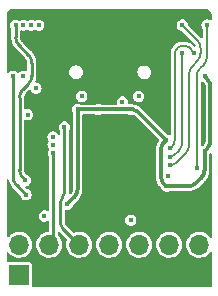
<source format=gbr>
%TF.GenerationSoftware,KiCad,Pcbnew,(6.0.0)*%
%TF.CreationDate,2022-03-30T08:27:14+08:00*%
%TF.ProjectId,USB2_Jtag_Bridge,55534232-5f4a-4746-9167-5f4272696467,rev?*%
%TF.SameCoordinates,Original*%
%TF.FileFunction,Copper,L3,Inr*%
%TF.FilePolarity,Positive*%
%FSLAX46Y46*%
G04 Gerber Fmt 4.6, Leading zero omitted, Abs format (unit mm)*
G04 Created by KiCad (PCBNEW (6.0.0)) date 2022-03-30 08:27:14*
%MOMM*%
%LPD*%
G01*
G04 APERTURE LIST*
%TA.AperFunction,ComponentPad*%
%ADD10O,1.000000X2.100000*%
%TD*%
%TA.AperFunction,ComponentPad*%
%ADD11O,1.000000X1.600000*%
%TD*%
%TA.AperFunction,ComponentPad*%
%ADD12R,1.700000X1.700000*%
%TD*%
%TA.AperFunction,ComponentPad*%
%ADD13O,1.700000X1.700000*%
%TD*%
%TA.AperFunction,ViaPad*%
%ADD14C,0.450000*%
%TD*%
%TA.AperFunction,Conductor*%
%ADD15C,0.300000*%
%TD*%
%TA.AperFunction,Conductor*%
%ADD16C,0.250000*%
%TD*%
%TA.AperFunction,Conductor*%
%ADD17C,0.200000*%
%TD*%
G04 APERTURE END LIST*
D10*
%TO.N,VSS*%
%TO.C,J1*%
X137650000Y-72150001D03*
D11*
X137650000Y-67970001D03*
X146290000Y-67970001D03*
D10*
X146290000Y-72150001D03*
%TD*%
D12*
%TO.N,unconnected-(J2-Pad1)*%
%TO.C,J2*%
X134265000Y-88795000D03*
D13*
%TO.N,Net-(J2-Pad2)*%
X134265000Y-86255000D03*
%TO.N,VSS*%
X136805000Y-88795000D03*
%TO.N,TMS*%
X136805000Y-86255000D03*
%TO.N,VSS*%
X139345000Y-88795000D03*
%TO.N,TCK*%
X139345000Y-86255000D03*
%TO.N,VSS*%
X141885000Y-88795000D03*
%TO.N,TDO*%
X141885000Y-86255000D03*
%TO.N,VSS*%
X144425000Y-88795000D03*
%TO.N,TDI*%
X144425000Y-86255000D03*
%TO.N,VSS*%
X146965000Y-88795000D03*
%TO.N,unconnected-(J2-Pad12)*%
X146965000Y-86255000D03*
%TO.N,VSS*%
X149505000Y-88795000D03*
%TO.N,unconnected-(J2-Pad14)*%
X149505000Y-86255000D03*
%TD*%
D14*
%TO.N,VSS*%
X143070000Y-78540000D03*
X149840000Y-76670000D03*
X141070000Y-80540000D03*
X141070000Y-79540000D03*
X136720000Y-76140000D03*
X149300000Y-83310000D03*
X142925000Y-70030000D03*
X149250000Y-82330000D03*
X141925000Y-69030000D03*
X149020000Y-67640000D03*
X143070000Y-80540000D03*
X140925000Y-68030000D03*
X141070000Y-78540000D03*
X142070000Y-78540000D03*
X141925000Y-70030000D03*
X142070000Y-80540000D03*
X142070000Y-79540000D03*
X137380000Y-75720000D03*
X146820000Y-75650000D03*
X142925000Y-68030000D03*
X141925000Y-68030000D03*
X143070000Y-79540000D03*
X142925000Y-69030000D03*
X140925000Y-70030000D03*
X140925000Y-69030000D03*
X149840000Y-73270000D03*
%TO.N,RESET*%
X143720000Y-84180000D03*
%TO.N,+3V3*%
X146730000Y-77400000D03*
X143720000Y-74800000D03*
X146740000Y-81300000D03*
X149970000Y-72000000D03*
X140960000Y-74800000D03*
X139220000Y-74800000D03*
X138350000Y-82820000D03*
X149970000Y-78310000D03*
%TO.N,VBUS*%
X136410000Y-83820000D03*
X139570000Y-73700000D03*
X134625000Y-72000000D03*
X146870000Y-80450000D03*
X144380000Y-73690000D03*
%TO.N,Net-(C14-Pad1)*%
X134625000Y-67660000D03*
%TO.N,Net-(C15-Pad2)*%
X135690000Y-73000000D03*
%TO.N,3.3V*%
X134980000Y-75230000D03*
%TO.N,Net-(D1-Pad2)*%
X133750000Y-72000000D03*
X134840000Y-82010000D03*
%TO.N,TDI*%
X137130000Y-77130000D03*
%TO.N,TDO*%
X137140000Y-77800000D03*
%TO.N,TCK*%
X138100000Y-76290000D03*
%TO.N,TMS*%
X137169500Y-78470000D03*
%TO.N,EEP_CS*%
X147000000Y-78100000D03*
X149030000Y-70000000D03*
%TO.N,Net-(R6-Pad2)*%
X149300000Y-79740000D03*
X150170000Y-67650000D03*
%TO.N,EEP_CLK*%
X148070000Y-70010000D03*
X147000000Y-78810000D03*
%TO.N,EEP_D*%
X147000000Y-79500000D03*
X148070000Y-67650000D03*
%TO.N,Net-(R10-Pad1)*%
X135275000Y-67660000D03*
%TO.N,Net-(R11-Pad2)*%
X135925000Y-67670000D03*
%TO.N,Net-(R12-Pad2)*%
X134790000Y-80800000D03*
X133975000Y-67660000D03*
%TO.N,Net-(R3-Pad1)*%
X143000000Y-74160000D03*
%TD*%
D15*
%TO.N,+3V3*%
X146730000Y-77400000D02*
X146425736Y-77704264D01*
X150167107Y-78112893D02*
X149970000Y-78310000D01*
X149970000Y-78310000D02*
X149970000Y-79895786D01*
X138927107Y-82242893D02*
X138350000Y-82820000D01*
X146250000Y-78128528D02*
X146250000Y-80561472D01*
X149970000Y-72000000D02*
X150167107Y-72197107D01*
X146425736Y-80985736D02*
X146740000Y-81300000D01*
X149677107Y-80602893D02*
X149272893Y-81007107D01*
X148565786Y-81300000D02*
X146740000Y-81300000D01*
X139220000Y-74800000D02*
X139220000Y-81535786D01*
X144305736Y-74975736D02*
X146730000Y-77400000D01*
X143720000Y-74800000D02*
X140960000Y-74800000D01*
X143720000Y-74800000D02*
X143881472Y-74800000D01*
X150460000Y-72904214D02*
X150460000Y-77405786D01*
X139220000Y-74800000D02*
X140960000Y-74800000D01*
X146250000Y-78128528D02*
G75*
G02*
X146425736Y-77704264I599996J1D01*
G01*
X150167107Y-78112893D02*
G75*
G03*
X150460000Y-77405786I-707106J707106D01*
G01*
X150167107Y-72197107D02*
G75*
G02*
X150460000Y-72904214I-707106J-707106D01*
G01*
X143881472Y-74800000D02*
G75*
G02*
X144305736Y-74975736I1J-599996D01*
G01*
X149677107Y-80602893D02*
G75*
G03*
X149970000Y-79895786I-707106J707106D01*
G01*
X138927107Y-82242893D02*
G75*
G03*
X139220000Y-81535786I-707106J707106D01*
G01*
X149272893Y-81007107D02*
G75*
G02*
X148565786Y-81300000I-707106J707106D01*
G01*
X146250000Y-80561472D02*
G75*
G03*
X146425736Y-80985736I599996J-1D01*
G01*
D16*
%TO.N,Net-(D1-Pad2)*%
X133750000Y-72000000D02*
X133750000Y-80505786D01*
X134042893Y-81212893D02*
X134840000Y-82010000D01*
X134042893Y-81212893D02*
G75*
G02*
X133750000Y-80505786I707106J707106D01*
G01*
%TO.N,TCK*%
X138100000Y-76290000D02*
X138100000Y-81851472D01*
X137924264Y-82275736D02*
X137915736Y-82284264D01*
X137740000Y-82708528D02*
X137740000Y-84401472D01*
X137915736Y-84825736D02*
X139345000Y-86255000D01*
X137915736Y-84825736D02*
G75*
G02*
X137740000Y-84401472I424260J424263D01*
G01*
X137915736Y-82284264D02*
G75*
G03*
X137740000Y-82708528I424260J-424263D01*
G01*
X137924264Y-82275736D02*
G75*
G03*
X138100000Y-81851472I-424260J424263D01*
G01*
%TO.N,TMS*%
X137169500Y-85890500D02*
X136805000Y-86255000D01*
X137169500Y-78470000D02*
X137169500Y-85890500D01*
D17*
%TO.N,EEP_CS*%
X148047107Y-69400000D02*
X148297893Y-69400000D01*
X148651447Y-69546447D02*
X149105000Y-70000000D01*
X147596447Y-69643553D02*
X147693554Y-69546446D01*
X146975000Y-78100000D02*
X147080000Y-78100000D01*
X147450000Y-77315786D02*
X147450000Y-69997107D01*
X147080000Y-78100000D02*
X147157107Y-78022893D01*
X147596447Y-69643553D02*
G75*
G03*
X147450000Y-69997107I353550J-353553D01*
G01*
X147449999Y-77315786D02*
G75*
G02*
X147157106Y-78022892I-999993J-3D01*
G01*
X148047107Y-69400001D02*
G75*
G03*
X147693554Y-69546446I0J-500001D01*
G01*
X148297893Y-69400000D02*
G75*
G02*
X148651447Y-69546447I1J-499997D01*
G01*
%TO.N,Net-(R6-Pad2)*%
X149877107Y-71017893D02*
X149587893Y-71307107D01*
X149295000Y-72014214D02*
X149295000Y-79560000D01*
X150170000Y-67650000D02*
X150170000Y-70310786D01*
X149877107Y-71017893D02*
G75*
G03*
X150170000Y-70310786I-707101J707104D01*
G01*
X149295001Y-72014214D02*
G75*
G02*
X149587894Y-71307108I999993J3D01*
G01*
%TO.N,EEP_CLK*%
X147396447Y-78663553D02*
X147777107Y-78282893D01*
X148070000Y-77575786D02*
X148070000Y-70010000D01*
X147000000Y-78810000D02*
X147042893Y-78810000D01*
X148069999Y-77575786D02*
G75*
G02*
X147777106Y-78282892I-999993J-3D01*
G01*
X147042893Y-78810000D02*
G75*
G03*
X147396447Y-78663553I1J499997D01*
G01*
%TO.N,EEP_D*%
X149630000Y-69624214D02*
X149630000Y-70000786D01*
X147172893Y-79500000D02*
X146975000Y-79500000D01*
X148357107Y-78522893D02*
X147526446Y-79353554D01*
X149337107Y-70707893D02*
X148942893Y-71102107D01*
X148070000Y-67650000D02*
X149337107Y-68917107D01*
X148650000Y-71809214D02*
X148650000Y-77815786D01*
X149629999Y-69624214D02*
G75*
G03*
X149337106Y-68917108I-999993J3D01*
G01*
X149629999Y-70000786D02*
G75*
G02*
X149337106Y-70707892I-999993J-3D01*
G01*
X148650001Y-71809214D02*
G75*
G02*
X148942894Y-71102108I999993J3D01*
G01*
X148649999Y-77815786D02*
G75*
G02*
X148357106Y-78522892I-999993J-3D01*
G01*
X147172893Y-79499999D02*
G75*
G03*
X147526446Y-79353554I0J500001D01*
G01*
D16*
%TO.N,Net-(R12-Pad2)*%
X135047107Y-72642893D02*
X134592893Y-73097107D01*
X134267893Y-69377893D02*
X135047107Y-70157107D01*
X135340000Y-70864214D02*
X135340000Y-71935786D01*
X134300000Y-73804214D02*
X134300000Y-79895786D01*
X134592893Y-80602893D02*
X134790000Y-80800000D01*
X133975000Y-67660000D02*
X133975000Y-68670786D01*
X134592893Y-73097107D02*
G75*
G03*
X134300000Y-73804214I707106J-707106D01*
G01*
X133975001Y-68670786D02*
G75*
G03*
X134267894Y-69377892I999993J-3D01*
G01*
X135047107Y-72642893D02*
G75*
G03*
X135340000Y-71935786I-707106J707106D01*
G01*
X135047107Y-70157107D02*
G75*
G02*
X135340000Y-70864214I-707106J-707106D01*
G01*
X134300001Y-79895786D02*
G75*
G03*
X134592894Y-80602892I999993J-3D01*
G01*
%TD*%
%TA.AperFunction,Conductor*%
%TO.N,VSS*%
G36*
X150014938Y-66261902D02*
G01*
X150020437Y-66262996D01*
X150020438Y-66262996D01*
X150030000Y-66264898D01*
X150039564Y-66262995D01*
X150049313Y-66262995D01*
X150049313Y-66263988D01*
X150061019Y-66263495D01*
X150141299Y-66272541D01*
X150162911Y-66277473D01*
X150178693Y-66282995D01*
X150258113Y-66310785D01*
X150278080Y-66320401D01*
X150363169Y-66373867D01*
X150363472Y-66374057D01*
X150380804Y-66387878D01*
X150452122Y-66459196D01*
X150465943Y-66476528D01*
X150519599Y-66561920D01*
X150529215Y-66581887D01*
X150544991Y-66626973D01*
X150562527Y-66677089D01*
X150567459Y-66698701D01*
X150576505Y-66778981D01*
X150576012Y-66790687D01*
X150577005Y-66790687D01*
X150577005Y-66800436D01*
X150575102Y-66810000D01*
X150577004Y-66819562D01*
X150577004Y-66819563D01*
X150578098Y-66825062D01*
X150580000Y-66844376D01*
X150580000Y-67166910D01*
X150561093Y-67225101D01*
X150511593Y-67261065D01*
X150450407Y-67261065D01*
X150427153Y-67249985D01*
X150398609Y-67231484D01*
X150371501Y-67213913D01*
X150241006Y-67174887D01*
X150160455Y-67174395D01*
X150111855Y-67174098D01*
X150111854Y-67174098D01*
X150104804Y-67174055D01*
X150098027Y-67175992D01*
X150098026Y-67175992D01*
X149980622Y-67209546D01*
X149980620Y-67209547D01*
X149973842Y-67211484D01*
X149858650Y-67284165D01*
X149768487Y-67386255D01*
X149710601Y-67509548D01*
X149689646Y-67644131D01*
X149707306Y-67779186D01*
X149710146Y-67785640D01*
X149710147Y-67785644D01*
X149758002Y-67894402D01*
X149762162Y-67903856D01*
X149779690Y-67924708D01*
X149796283Y-67944448D01*
X149819253Y-68001158D01*
X149819500Y-68008150D01*
X149819500Y-68669300D01*
X149800593Y-68727491D01*
X149751093Y-68763455D01*
X149689907Y-68763455D01*
X149646069Y-68734576D01*
X149631560Y-68718032D01*
X149628247Y-68713642D01*
X149627833Y-68712781D01*
X149624515Y-68708833D01*
X149618488Y-68702806D01*
X149614075Y-68698095D01*
X149600458Y-68682567D01*
X149594809Y-68675496D01*
X149592617Y-68672480D01*
X149588037Y-68666176D01*
X149581736Y-68661598D01*
X149581734Y-68661596D01*
X149571750Y-68654343D01*
X149559936Y-68644254D01*
X148571154Y-67655472D01*
X148543158Y-67599502D01*
X148533945Y-67535171D01*
X148531081Y-67515171D01*
X148474706Y-67391180D01*
X148385796Y-67287996D01*
X148271501Y-67213913D01*
X148141006Y-67174887D01*
X148060455Y-67174395D01*
X148011855Y-67174098D01*
X148011854Y-67174098D01*
X148004804Y-67174055D01*
X147998027Y-67175992D01*
X147998026Y-67175992D01*
X147880622Y-67209546D01*
X147880620Y-67209547D01*
X147873842Y-67211484D01*
X147758650Y-67284165D01*
X147668487Y-67386255D01*
X147610601Y-67509548D01*
X147589646Y-67644131D01*
X147607306Y-67779186D01*
X147610146Y-67785640D01*
X147610147Y-67785644D01*
X147658002Y-67894402D01*
X147662162Y-67903856D01*
X147695788Y-67943859D01*
X147745265Y-68002720D01*
X147745268Y-68002722D01*
X147749804Y-68008119D01*
X147755675Y-68012027D01*
X147755676Y-68012028D01*
X147782092Y-68029612D01*
X147863187Y-68083593D01*
X147869914Y-68085695D01*
X147869917Y-68085696D01*
X147986463Y-68122107D01*
X147986464Y-68122107D01*
X147993195Y-68124210D01*
X148008944Y-68124499D01*
X148009618Y-68124511D01*
X148067453Y-68144481D01*
X148077808Y-68153490D01*
X149064252Y-69139933D01*
X149074341Y-69151747D01*
X149081597Y-69161735D01*
X149081599Y-69161737D01*
X149086177Y-69168038D01*
X149092478Y-69172616D01*
X149097991Y-69178129D01*
X149097859Y-69178261D01*
X149108166Y-69187980D01*
X149163854Y-69255836D01*
X149174635Y-69271971D01*
X149199297Y-69318108D01*
X149206783Y-69332114D01*
X149217539Y-69392347D01*
X149190838Y-69447398D01*
X149136877Y-69476241D01*
X149076269Y-69467858D01*
X149049469Y-69448787D01*
X148924297Y-69323615D01*
X148914208Y-69311801D01*
X148906957Y-69301821D01*
X148902378Y-69295518D01*
X148893116Y-69288789D01*
X148887645Y-69284813D01*
X148881542Y-69280002D01*
X148802306Y-69212327D01*
X148802302Y-69212324D01*
X148799352Y-69209804D01*
X148685207Y-69139856D01*
X148561525Y-69088625D01*
X148557751Y-69087719D01*
X148557748Y-69087718D01*
X148435126Y-69058279D01*
X148435125Y-69058279D01*
X148431352Y-69057373D01*
X148427487Y-69057069D01*
X148427482Y-69057068D01*
X148381719Y-69053467D01*
X148372421Y-69052735D01*
X148363009Y-69051357D01*
X148358987Y-69049945D01*
X148353849Y-69049500D01*
X148335207Y-69049500D01*
X148327448Y-69049195D01*
X148323594Y-69048892D01*
X148315876Y-69047979D01*
X148297892Y-69045131D01*
X148290196Y-69046350D01*
X148278004Y-69048281D01*
X148262517Y-69049500D01*
X148082482Y-69049500D01*
X148066995Y-69048281D01*
X148054803Y-69046350D01*
X148047107Y-69045131D01*
X148029104Y-69047982D01*
X148021410Y-69048893D01*
X147972593Y-69052735D01*
X147917520Y-69057069D01*
X147917516Y-69057070D01*
X147913649Y-69057374D01*
X147909876Y-69058280D01*
X147909875Y-69058280D01*
X147787253Y-69087719D01*
X147787250Y-69087720D01*
X147783476Y-69088626D01*
X147659796Y-69139856D01*
X147656480Y-69141888D01*
X147640392Y-69151747D01*
X147545652Y-69209803D01*
X147542702Y-69212323D01*
X147542700Y-69212324D01*
X147500712Y-69248185D01*
X147493073Y-69253873D01*
X147489228Y-69255720D01*
X147485280Y-69259038D01*
X147472081Y-69272237D01*
X147466361Y-69277523D01*
X147463447Y-69280011D01*
X147457355Y-69284812D01*
X147448936Y-69290929D01*
X147448933Y-69290932D01*
X147442625Y-69295515D01*
X147430789Y-69311806D01*
X147420705Y-69323613D01*
X147373615Y-69370703D01*
X147361801Y-69380792D01*
X147345518Y-69392622D01*
X147340938Y-69398926D01*
X147334813Y-69407355D01*
X147330002Y-69413458D01*
X147259804Y-69495648D01*
X147189856Y-69609793D01*
X147138625Y-69733475D01*
X147107373Y-69863648D01*
X147107069Y-69867513D01*
X147107068Y-69867518D01*
X147102735Y-69922578D01*
X147101357Y-69931991D01*
X147099945Y-69936013D01*
X147099500Y-69941151D01*
X147099500Y-69959790D01*
X147099196Y-69967543D01*
X147098893Y-69971400D01*
X147097979Y-69979124D01*
X147095131Y-69997108D01*
X147096350Y-70004804D01*
X147098281Y-70016996D01*
X147099500Y-70032483D01*
X147099500Y-76890659D01*
X147080593Y-76948850D01*
X147031093Y-76984814D01*
X146969907Y-76984814D01*
X146946653Y-76973734D01*
X146937422Y-76967751D01*
X146937423Y-76967751D01*
X146931501Y-76963913D01*
X146853888Y-76940702D01*
X146812250Y-76915857D01*
X144616727Y-74720334D01*
X144606639Y-74708521D01*
X144597045Y-74695317D01*
X144597043Y-74695315D01*
X144592463Y-74689011D01*
X144576103Y-74677125D01*
X144569997Y-74672312D01*
X144474324Y-74590599D01*
X144471370Y-74588076D01*
X144468056Y-74586045D01*
X144340410Y-74507822D01*
X144340406Y-74507820D01*
X144337095Y-74505791D01*
X144333510Y-74504306D01*
X144333504Y-74504303D01*
X144195190Y-74447012D01*
X144191600Y-74445525D01*
X144187826Y-74444619D01*
X144187823Y-74444618D01*
X144108492Y-74425573D01*
X144038468Y-74408762D01*
X144034604Y-74408458D01*
X144034598Y-74408457D01*
X144013895Y-74406828D01*
X144009112Y-74406452D01*
X143963033Y-74390833D01*
X143921501Y-74363913D01*
X143791006Y-74324887D01*
X143710455Y-74324395D01*
X143661855Y-74324098D01*
X143661854Y-74324098D01*
X143654804Y-74324055D01*
X143648027Y-74325992D01*
X143648026Y-74325992D01*
X143595374Y-74341040D01*
X143534228Y-74338851D01*
X143486046Y-74301139D01*
X143469232Y-74242309D01*
X143470541Y-74229425D01*
X143479433Y-74176577D01*
X143480247Y-74171737D01*
X143480309Y-74166706D01*
X143480337Y-74164339D01*
X143480390Y-74160000D01*
X143479550Y-74154131D01*
X143466013Y-74059612D01*
X143461081Y-74025171D01*
X143404706Y-73901180D01*
X143315796Y-73797996D01*
X143201501Y-73723913D01*
X143071006Y-73684887D01*
X142990455Y-73684395D01*
X142947255Y-73684131D01*
X143899646Y-73684131D01*
X143917306Y-73819186D01*
X143920146Y-73825640D01*
X143920147Y-73825644D01*
X143948892Y-73890971D01*
X143972162Y-73943856D01*
X143992988Y-73968631D01*
X144055265Y-74042720D01*
X144055268Y-74042722D01*
X144059804Y-74048119D01*
X144065675Y-74052027D01*
X144065676Y-74052028D01*
X144080699Y-74062028D01*
X144173187Y-74123593D01*
X144179914Y-74125695D01*
X144179917Y-74125696D01*
X144296463Y-74162107D01*
X144296464Y-74162107D01*
X144303195Y-74164210D01*
X144373288Y-74165495D01*
X144432324Y-74166577D01*
X144432326Y-74166577D01*
X144439377Y-74166706D01*
X144446180Y-74164851D01*
X144446182Y-74164851D01*
X144553121Y-74135696D01*
X144570786Y-74130880D01*
X144686858Y-74059612D01*
X144769210Y-73968631D01*
X144773529Y-73963859D01*
X144773529Y-73963858D01*
X144778261Y-73958631D01*
X144837649Y-73836054D01*
X144839329Y-73826072D01*
X144859613Y-73705506D01*
X144859613Y-73705505D01*
X144860247Y-73701737D01*
X144860390Y-73690000D01*
X144859550Y-73684131D01*
X144842081Y-73562155D01*
X144841081Y-73555171D01*
X144784706Y-73431180D01*
X144695796Y-73327996D01*
X144581501Y-73253913D01*
X144451006Y-73214887D01*
X144370455Y-73214395D01*
X144321855Y-73214098D01*
X144321854Y-73214098D01*
X144314804Y-73214055D01*
X144308027Y-73215992D01*
X144308026Y-73215992D01*
X144190622Y-73249546D01*
X144190620Y-73249547D01*
X144183842Y-73251484D01*
X144068650Y-73324165D01*
X143978487Y-73426255D01*
X143920601Y-73549548D01*
X143899646Y-73684131D01*
X142947255Y-73684131D01*
X142941855Y-73684098D01*
X142941854Y-73684098D01*
X142934804Y-73684055D01*
X142928027Y-73685992D01*
X142928026Y-73685992D01*
X142810622Y-73719546D01*
X142810620Y-73719547D01*
X142803842Y-73721484D01*
X142688650Y-73794165D01*
X142598487Y-73896255D01*
X142540601Y-74019548D01*
X142519646Y-74154131D01*
X142520561Y-74161129D01*
X142537107Y-74287664D01*
X142525904Y-74347815D01*
X142481485Y-74389893D01*
X142438943Y-74399500D01*
X141245683Y-74399500D01*
X141191837Y-74383576D01*
X141161501Y-74363913D01*
X141031006Y-74324887D01*
X140950455Y-74324395D01*
X140901855Y-74324098D01*
X140901854Y-74324098D01*
X140894804Y-74324055D01*
X140888027Y-74325992D01*
X140888026Y-74325992D01*
X140770622Y-74359546D01*
X140770620Y-74359547D01*
X140763842Y-74361484D01*
X140757878Y-74365247D01*
X140727797Y-74384227D01*
X140674969Y-74399500D01*
X139505683Y-74399500D01*
X139451837Y-74383576D01*
X139421501Y-74363913D01*
X139291006Y-74324887D01*
X139210455Y-74324395D01*
X139161855Y-74324098D01*
X139161854Y-74324098D01*
X139154804Y-74324055D01*
X139148027Y-74325992D01*
X139148026Y-74325992D01*
X139030622Y-74359546D01*
X139030620Y-74359547D01*
X139023842Y-74361484D01*
X138908650Y-74434165D01*
X138818487Y-74536255D01*
X138760601Y-74659548D01*
X138739646Y-74794131D01*
X138757306Y-74929186D01*
X138760146Y-74935640D01*
X138760147Y-74935644D01*
X138811116Y-75051479D01*
X138819500Y-75091351D01*
X138819500Y-81496477D01*
X138818281Y-81511963D01*
X138814508Y-81535786D01*
X138815727Y-81543481D01*
X138815727Y-81547016D01*
X138816341Y-81567864D01*
X138808937Y-81643039D01*
X138805152Y-81662069D01*
X138776696Y-81755876D01*
X138769269Y-81773805D01*
X138723063Y-81860250D01*
X138712281Y-81876387D01*
X138664358Y-81934782D01*
X138649190Y-81949083D01*
X138646689Y-81951584D01*
X138640383Y-81956165D01*
X138639979Y-81955608D01*
X138590938Y-81980595D01*
X138530506Y-81971024D01*
X138487241Y-81927759D01*
X138477670Y-81867327D01*
X138478962Y-81859170D01*
X138478962Y-81859167D01*
X138480181Y-81851471D01*
X138476719Y-81829612D01*
X138475500Y-81814126D01*
X138475500Y-76620855D01*
X138492426Y-76565494D01*
X138493529Y-76563859D01*
X138498261Y-76558631D01*
X138557649Y-76436054D01*
X138559401Y-76425644D01*
X138579613Y-76305506D01*
X138579613Y-76305505D01*
X138580247Y-76301737D01*
X138580390Y-76290000D01*
X138579550Y-76284131D01*
X138562081Y-76162155D01*
X138561081Y-76155171D01*
X138504706Y-76031180D01*
X138415796Y-75927996D01*
X138301501Y-75853913D01*
X138171006Y-75814887D01*
X138090455Y-75814395D01*
X138041855Y-75814098D01*
X138041854Y-75814098D01*
X138034804Y-75814055D01*
X138028027Y-75815992D01*
X138028026Y-75815992D01*
X137910622Y-75849546D01*
X137910620Y-75849547D01*
X137903842Y-75851484D01*
X137788650Y-75924165D01*
X137698487Y-76026255D01*
X137640601Y-76149548D01*
X137619646Y-76284131D01*
X137637306Y-76419186D01*
X137640146Y-76425640D01*
X137640147Y-76425644D01*
X137689321Y-76537400D01*
X137692162Y-76543856D01*
X137696699Y-76549254D01*
X137696700Y-76549255D01*
X137701284Y-76554708D01*
X137724253Y-76611418D01*
X137724500Y-76618409D01*
X137724500Y-76831682D01*
X137705593Y-76889873D01*
X137656093Y-76925837D01*
X137594907Y-76925837D01*
X137545407Y-76889873D01*
X137541638Y-76883404D01*
X137541424Y-76883541D01*
X137537626Y-76877602D01*
X137534706Y-76871180D01*
X137445796Y-76767996D01*
X137331501Y-76693913D01*
X137201006Y-76654887D01*
X137120455Y-76654395D01*
X137071855Y-76654098D01*
X137071854Y-76654098D01*
X137064804Y-76654055D01*
X137058027Y-76655992D01*
X137058026Y-76655992D01*
X136940622Y-76689546D01*
X136940620Y-76689547D01*
X136933842Y-76691484D01*
X136818650Y-76764165D01*
X136728487Y-76866255D01*
X136670601Y-76989548D01*
X136649646Y-77124131D01*
X136667306Y-77259186D01*
X136670146Y-77265640D01*
X136670147Y-77265644D01*
X136719321Y-77377400D01*
X136722162Y-77383856D01*
X136726699Y-77389254D01*
X136726700Y-77389255D01*
X136740869Y-77406111D01*
X136763838Y-77462821D01*
X136749087Y-77522202D01*
X136746974Y-77525037D01*
X136747028Y-77525073D01*
X136743154Y-77530970D01*
X136738487Y-77536255D01*
X136680601Y-77659548D01*
X136659646Y-77794131D01*
X136660561Y-77801129D01*
X136666116Y-77843613D01*
X136677306Y-77929186D01*
X136680146Y-77935640D01*
X136680147Y-77935644D01*
X136729321Y-78047400D01*
X136732162Y-78053856D01*
X136736700Y-78059255D01*
X136736701Y-78059256D01*
X136761698Y-78088993D01*
X136784669Y-78145703D01*
X136769239Y-78204838D01*
X136767987Y-78206255D01*
X136710101Y-78329548D01*
X136689146Y-78464131D01*
X136690061Y-78471129D01*
X136700840Y-78553564D01*
X136706806Y-78599186D01*
X136709646Y-78605640D01*
X136709647Y-78605644D01*
X136723437Y-78636984D01*
X136761662Y-78723856D01*
X136766199Y-78729254D01*
X136766200Y-78729255D01*
X136770784Y-78734708D01*
X136793753Y-78791418D01*
X136794000Y-78798409D01*
X136794000Y-83320058D01*
X136775093Y-83378249D01*
X136725593Y-83414213D01*
X136664407Y-83414213D01*
X136641158Y-83403136D01*
X136611501Y-83383913D01*
X136481006Y-83344887D01*
X136400455Y-83344395D01*
X136351855Y-83344098D01*
X136351854Y-83344098D01*
X136344804Y-83344055D01*
X136338027Y-83345992D01*
X136338026Y-83345992D01*
X136220622Y-83379546D01*
X136220620Y-83379547D01*
X136213842Y-83381484D01*
X136098650Y-83454165D01*
X136008487Y-83556255D01*
X135950601Y-83679548D01*
X135929646Y-83814131D01*
X135947306Y-83949186D01*
X135950146Y-83955640D01*
X135950147Y-83955644D01*
X135987066Y-84039548D01*
X136002162Y-84073856D01*
X136027825Y-84104386D01*
X136085265Y-84172720D01*
X136085268Y-84172722D01*
X136089804Y-84178119D01*
X136095675Y-84182027D01*
X136095676Y-84182028D01*
X136110262Y-84191737D01*
X136203187Y-84253593D01*
X136209914Y-84255695D01*
X136209917Y-84255696D01*
X136326463Y-84292107D01*
X136326464Y-84292107D01*
X136333195Y-84294210D01*
X136403288Y-84295495D01*
X136462324Y-84296577D01*
X136462326Y-84296577D01*
X136469377Y-84296706D01*
X136476180Y-84294851D01*
X136476182Y-84294851D01*
X136548410Y-84275159D01*
X136600786Y-84260880D01*
X136643200Y-84234838D01*
X136702681Y-84220502D01*
X136759229Y-84243867D01*
X136791244Y-84296008D01*
X136794000Y-84319204D01*
X136794000Y-85056743D01*
X136775093Y-85114934D01*
X136725593Y-85150898D01*
X136711772Y-85154311D01*
X136518949Y-85187444D01*
X136329193Y-85257449D01*
X136155371Y-85360862D01*
X136151956Y-85363857D01*
X136151953Y-85363859D01*
X136135630Y-85378174D01*
X136003305Y-85494220D01*
X136000497Y-85497782D01*
X135907018Y-85616361D01*
X135878089Y-85653057D01*
X135783914Y-85832053D01*
X135782569Y-85836384D01*
X135782568Y-85836387D01*
X135728016Y-86012077D01*
X135723937Y-86025213D01*
X135700164Y-86226069D01*
X135713392Y-86427894D01*
X135763178Y-86623928D01*
X135847856Y-86807607D01*
X135964588Y-86972780D01*
X136109466Y-87113913D01*
X136277637Y-87226282D01*
X136463470Y-87306122D01*
X136660740Y-87350760D01*
X136862842Y-87358700D01*
X136916377Y-87350938D01*
X137058519Y-87330329D01*
X137058522Y-87330328D01*
X137063007Y-87329678D01*
X137158769Y-87297171D01*
X137250234Y-87266123D01*
X137250237Y-87266121D01*
X137254531Y-87264664D01*
X137431001Y-87165837D01*
X137586505Y-87036505D01*
X137715837Y-86881001D01*
X137814664Y-86704531D01*
X137879678Y-86513007D01*
X137908700Y-86312842D01*
X137910215Y-86255000D01*
X137891708Y-86053591D01*
X137836807Y-85858926D01*
X137747351Y-85677527D01*
X137626335Y-85515467D01*
X137576799Y-85469676D01*
X137546902Y-85416294D01*
X137545000Y-85396979D01*
X137545000Y-85225045D01*
X137563907Y-85166854D01*
X137613407Y-85130890D01*
X137674593Y-85130890D01*
X137714004Y-85155041D01*
X138297543Y-85738580D01*
X138325320Y-85793097D01*
X138322086Y-85837941D01*
X138268016Y-86012077D01*
X138263937Y-86025213D01*
X138240164Y-86226069D01*
X138253392Y-86427894D01*
X138303178Y-86623928D01*
X138387856Y-86807607D01*
X138504588Y-86972780D01*
X138649466Y-87113913D01*
X138817637Y-87226282D01*
X139003470Y-87306122D01*
X139200740Y-87350760D01*
X139402842Y-87358700D01*
X139456377Y-87350938D01*
X139598519Y-87330329D01*
X139598522Y-87330328D01*
X139603007Y-87329678D01*
X139698769Y-87297171D01*
X139790234Y-87266123D01*
X139790237Y-87266121D01*
X139794531Y-87264664D01*
X139971001Y-87165837D01*
X140126505Y-87036505D01*
X140255837Y-86881001D01*
X140354664Y-86704531D01*
X140419678Y-86513007D01*
X140448700Y-86312842D01*
X140450215Y-86255000D01*
X140447557Y-86226069D01*
X140780164Y-86226069D01*
X140793392Y-86427894D01*
X140843178Y-86623928D01*
X140927856Y-86807607D01*
X141044588Y-86972780D01*
X141189466Y-87113913D01*
X141357637Y-87226282D01*
X141543470Y-87306122D01*
X141740740Y-87350760D01*
X141942842Y-87358700D01*
X141996377Y-87350938D01*
X142138519Y-87330329D01*
X142138522Y-87330328D01*
X142143007Y-87329678D01*
X142238769Y-87297171D01*
X142330234Y-87266123D01*
X142330237Y-87266121D01*
X142334531Y-87264664D01*
X142511001Y-87165837D01*
X142666505Y-87036505D01*
X142795837Y-86881001D01*
X142894664Y-86704531D01*
X142959678Y-86513007D01*
X142988700Y-86312842D01*
X142990215Y-86255000D01*
X142987557Y-86226069D01*
X143320164Y-86226069D01*
X143333392Y-86427894D01*
X143383178Y-86623928D01*
X143467856Y-86807607D01*
X143584588Y-86972780D01*
X143729466Y-87113913D01*
X143897637Y-87226282D01*
X144083470Y-87306122D01*
X144280740Y-87350760D01*
X144482842Y-87358700D01*
X144536377Y-87350938D01*
X144678519Y-87330329D01*
X144678522Y-87330328D01*
X144683007Y-87329678D01*
X144778769Y-87297171D01*
X144870234Y-87266123D01*
X144870237Y-87266121D01*
X144874531Y-87264664D01*
X145051001Y-87165837D01*
X145206505Y-87036505D01*
X145335837Y-86881001D01*
X145434664Y-86704531D01*
X145499678Y-86513007D01*
X145528700Y-86312842D01*
X145530215Y-86255000D01*
X145527557Y-86226069D01*
X145860164Y-86226069D01*
X145873392Y-86427894D01*
X145923178Y-86623928D01*
X146007856Y-86807607D01*
X146124588Y-86972780D01*
X146269466Y-87113913D01*
X146437637Y-87226282D01*
X146623470Y-87306122D01*
X146820740Y-87350760D01*
X147022842Y-87358700D01*
X147076377Y-87350938D01*
X147218519Y-87330329D01*
X147218522Y-87330328D01*
X147223007Y-87329678D01*
X147318769Y-87297171D01*
X147410234Y-87266123D01*
X147410237Y-87266121D01*
X147414531Y-87264664D01*
X147591001Y-87165837D01*
X147746505Y-87036505D01*
X147875837Y-86881001D01*
X147974664Y-86704531D01*
X148039678Y-86513007D01*
X148068700Y-86312842D01*
X148070215Y-86255000D01*
X148051708Y-86053591D01*
X147996807Y-85858926D01*
X147907351Y-85677527D01*
X147786335Y-85515467D01*
X147637812Y-85378174D01*
X147615125Y-85363859D01*
X147470594Y-85272667D01*
X147466757Y-85270246D01*
X147278898Y-85195298D01*
X147080526Y-85155839D01*
X146980930Y-85154535D01*
X146882826Y-85153251D01*
X146882821Y-85153251D01*
X146878286Y-85153192D01*
X146873813Y-85153961D01*
X146873808Y-85153961D01*
X146775245Y-85170898D01*
X146678949Y-85187444D01*
X146489193Y-85257449D01*
X146315371Y-85360862D01*
X146311956Y-85363857D01*
X146311953Y-85363859D01*
X146295630Y-85378174D01*
X146163305Y-85494220D01*
X146160497Y-85497782D01*
X146067018Y-85616361D01*
X146038089Y-85653057D01*
X145943914Y-85832053D01*
X145942569Y-85836384D01*
X145942568Y-85836387D01*
X145888016Y-86012077D01*
X145883937Y-86025213D01*
X145860164Y-86226069D01*
X145527557Y-86226069D01*
X145511708Y-86053591D01*
X145456807Y-85858926D01*
X145367351Y-85677527D01*
X145246335Y-85515467D01*
X145097812Y-85378174D01*
X145075125Y-85363859D01*
X144930594Y-85272667D01*
X144926757Y-85270246D01*
X144738898Y-85195298D01*
X144540526Y-85155839D01*
X144440930Y-85154535D01*
X144342826Y-85153251D01*
X144342821Y-85153251D01*
X144338286Y-85153192D01*
X144333813Y-85153961D01*
X144333808Y-85153961D01*
X144235245Y-85170898D01*
X144138949Y-85187444D01*
X143949193Y-85257449D01*
X143775371Y-85360862D01*
X143771956Y-85363857D01*
X143771953Y-85363859D01*
X143755630Y-85378174D01*
X143623305Y-85494220D01*
X143620497Y-85497782D01*
X143527018Y-85616361D01*
X143498089Y-85653057D01*
X143403914Y-85832053D01*
X143402569Y-85836384D01*
X143402568Y-85836387D01*
X143348016Y-86012077D01*
X143343937Y-86025213D01*
X143320164Y-86226069D01*
X142987557Y-86226069D01*
X142971708Y-86053591D01*
X142916807Y-85858926D01*
X142827351Y-85677527D01*
X142706335Y-85515467D01*
X142557812Y-85378174D01*
X142535125Y-85363859D01*
X142390594Y-85272667D01*
X142386757Y-85270246D01*
X142198898Y-85195298D01*
X142000526Y-85155839D01*
X141900930Y-85154535D01*
X141802826Y-85153251D01*
X141802821Y-85153251D01*
X141798286Y-85153192D01*
X141793813Y-85153961D01*
X141793808Y-85153961D01*
X141695245Y-85170898D01*
X141598949Y-85187444D01*
X141409193Y-85257449D01*
X141235371Y-85360862D01*
X141231956Y-85363857D01*
X141231953Y-85363859D01*
X141215630Y-85378174D01*
X141083305Y-85494220D01*
X141080497Y-85497782D01*
X140987018Y-85616361D01*
X140958089Y-85653057D01*
X140863914Y-85832053D01*
X140862569Y-85836384D01*
X140862568Y-85836387D01*
X140808016Y-86012077D01*
X140803937Y-86025213D01*
X140780164Y-86226069D01*
X140447557Y-86226069D01*
X140431708Y-86053591D01*
X140376807Y-85858926D01*
X140287351Y-85677527D01*
X140166335Y-85515467D01*
X140017812Y-85378174D01*
X139995125Y-85363859D01*
X139850594Y-85272667D01*
X139846757Y-85270246D01*
X139658898Y-85195298D01*
X139460526Y-85155839D01*
X139360930Y-85154535D01*
X139262826Y-85153251D01*
X139262821Y-85153251D01*
X139258286Y-85153192D01*
X139253813Y-85153961D01*
X139253808Y-85153961D01*
X139155245Y-85170898D01*
X139058949Y-85187444D01*
X138935438Y-85233010D01*
X138874302Y-85235412D01*
X138831170Y-85210133D01*
X138207664Y-84586627D01*
X138197575Y-84574814D01*
X138189143Y-84563209D01*
X138184564Y-84556906D01*
X138178259Y-84552325D01*
X138172751Y-84546818D01*
X138173269Y-84546300D01*
X138162604Y-84535912D01*
X138153510Y-84524060D01*
X138140589Y-84501679D01*
X138128138Y-84471619D01*
X138121449Y-84446653D01*
X138119499Y-84431838D01*
X138119692Y-84416959D01*
X138118962Y-84416959D01*
X138118962Y-84409170D01*
X138120181Y-84401473D01*
X138116719Y-84379614D01*
X138115500Y-84364128D01*
X138115500Y-84174131D01*
X143239646Y-84174131D01*
X143240561Y-84181129D01*
X143255583Y-84296008D01*
X143257306Y-84309186D01*
X143260146Y-84315640D01*
X143260147Y-84315644D01*
X143297913Y-84401473D01*
X143312162Y-84433856D01*
X143333783Y-84459577D01*
X143395265Y-84532720D01*
X143395268Y-84532722D01*
X143399804Y-84538119D01*
X143405675Y-84542027D01*
X143405676Y-84542028D01*
X143422616Y-84553304D01*
X143513187Y-84613593D01*
X143519914Y-84615695D01*
X143519917Y-84615696D01*
X143636463Y-84652107D01*
X143636464Y-84652107D01*
X143643195Y-84654210D01*
X143713288Y-84655495D01*
X143772324Y-84656577D01*
X143772326Y-84656577D01*
X143779377Y-84656706D01*
X143786180Y-84654851D01*
X143786182Y-84654851D01*
X143858410Y-84635159D01*
X143910786Y-84620880D01*
X144004713Y-84563209D01*
X144020845Y-84553304D01*
X144026858Y-84549612D01*
X144049987Y-84524060D01*
X144113529Y-84453859D01*
X144113529Y-84453858D01*
X144118261Y-84448631D01*
X144177649Y-84326054D01*
X144179401Y-84315644D01*
X144199613Y-84195506D01*
X144199613Y-84195505D01*
X144200247Y-84191737D01*
X144200390Y-84180000D01*
X144199550Y-84174131D01*
X144182081Y-84052155D01*
X144181081Y-84045171D01*
X144140376Y-83955644D01*
X144127626Y-83927602D01*
X144127626Y-83927601D01*
X144124706Y-83921180D01*
X144035796Y-83817996D01*
X143921501Y-83743913D01*
X143791006Y-83704887D01*
X143710455Y-83704395D01*
X143661855Y-83704098D01*
X143661854Y-83704098D01*
X143654804Y-83704055D01*
X143648027Y-83705992D01*
X143648026Y-83705992D01*
X143530622Y-83739546D01*
X143530620Y-83739547D01*
X143523842Y-83741484D01*
X143408650Y-83814165D01*
X143318487Y-83916255D01*
X143260601Y-84039548D01*
X143239646Y-84174131D01*
X138115500Y-84174131D01*
X138115500Y-83379592D01*
X138134407Y-83321401D01*
X138183907Y-83285437D01*
X138244022Y-83285096D01*
X138266462Y-83292107D01*
X138266465Y-83292108D01*
X138273195Y-83294210D01*
X138343288Y-83295495D01*
X138402324Y-83296577D01*
X138402326Y-83296577D01*
X138409377Y-83296706D01*
X138416180Y-83294851D01*
X138416182Y-83294851D01*
X138488410Y-83275159D01*
X138540786Y-83260880D01*
X138656858Y-83189612D01*
X138748261Y-83088631D01*
X138807649Y-82966054D01*
X138809946Y-82952401D01*
X138837570Y-82898823D01*
X139182510Y-82553883D01*
X139194323Y-82543795D01*
X139207525Y-82534203D01*
X139207529Y-82534199D01*
X139213833Y-82529619D01*
X139223908Y-82515753D01*
X139229563Y-82508676D01*
X139290067Y-82439685D01*
X139333476Y-82390186D01*
X139435471Y-82237539D01*
X139516670Y-82072884D01*
X139575682Y-81899040D01*
X139611498Y-81718980D01*
X139611751Y-81715134D01*
X139621805Y-81561718D01*
X139622812Y-81552704D01*
X139624273Y-81543481D01*
X139625492Y-81535786D01*
X139621719Y-81511963D01*
X139620500Y-81496477D01*
X139620500Y-75299500D01*
X139639407Y-75241309D01*
X139688907Y-75205345D01*
X139719500Y-75200500D01*
X140673535Y-75200500D01*
X140728392Y-75217088D01*
X140753187Y-75233593D01*
X140759914Y-75235695D01*
X140759917Y-75235696D01*
X140876463Y-75272107D01*
X140876464Y-75272107D01*
X140883195Y-75274210D01*
X140953288Y-75275495D01*
X141012324Y-75276577D01*
X141012326Y-75276577D01*
X141019377Y-75276706D01*
X141026180Y-75274851D01*
X141026182Y-75274851D01*
X141098410Y-75255159D01*
X141150786Y-75240880D01*
X141183361Y-75220879D01*
X141192718Y-75215134D01*
X141244519Y-75200500D01*
X143433535Y-75200500D01*
X143488392Y-75217088D01*
X143513187Y-75233593D01*
X143519914Y-75235695D01*
X143519917Y-75235696D01*
X143636463Y-75272107D01*
X143636464Y-75272107D01*
X143643195Y-75274210D01*
X143713288Y-75275495D01*
X143772324Y-75276577D01*
X143772326Y-75276577D01*
X143779377Y-75276706D01*
X143786180Y-75274851D01*
X143786182Y-75274851D01*
X143903979Y-75242736D01*
X143903980Y-75242735D01*
X143910786Y-75240880D01*
X143912344Y-75239923D01*
X143970871Y-75234393D01*
X144017068Y-75259790D01*
X144019009Y-75262461D01*
X144038522Y-75276638D01*
X144050329Y-75286722D01*
X146095051Y-77331444D01*
X146122828Y-77385961D01*
X146113257Y-77446393D01*
X146100327Y-77465744D01*
X146038076Y-77538630D01*
X146036046Y-77541943D01*
X146036045Y-77541944D01*
X145967888Y-77653165D01*
X145955791Y-77672905D01*
X145954306Y-77676490D01*
X145954303Y-77676496D01*
X145902679Y-77801129D01*
X145895525Y-77818400D01*
X145858762Y-77971532D01*
X145858458Y-77975397D01*
X145858457Y-77975402D01*
X145848586Y-78100832D01*
X145847672Y-78108553D01*
X145844508Y-78128529D01*
X145845727Y-78136226D01*
X145848281Y-78152351D01*
X145849500Y-78167838D01*
X145849500Y-80522162D01*
X145848281Y-80537648D01*
X145844508Y-80561471D01*
X145845727Y-80569167D01*
X145847672Y-80581447D01*
X145848586Y-80589168D01*
X145857797Y-80706205D01*
X145858762Y-80718468D01*
X145859668Y-80722241D01*
X145893354Y-80862555D01*
X145895525Y-80871600D01*
X145897012Y-80875190D01*
X145954303Y-81013504D01*
X145954306Y-81013510D01*
X145955791Y-81017095D01*
X145957820Y-81020406D01*
X145957822Y-81020410D01*
X146036045Y-81148056D01*
X146038076Y-81151370D01*
X146040599Y-81154324D01*
X146122312Y-81249997D01*
X146127125Y-81256103D01*
X146139011Y-81272463D01*
X146155232Y-81284248D01*
X146158524Y-81286640D01*
X146170330Y-81296723D01*
X146220985Y-81347377D01*
X146250509Y-81376901D01*
X146275858Y-81420283D01*
X146276392Y-81422196D01*
X146277306Y-81429186D01*
X146280144Y-81435637D01*
X146280145Y-81435639D01*
X146324211Y-81535786D01*
X146332162Y-81553856D01*
X146338771Y-81561718D01*
X146415265Y-81652720D01*
X146415268Y-81652722D01*
X146419804Y-81658119D01*
X146425675Y-81662027D01*
X146425676Y-81662028D01*
X146457252Y-81683047D01*
X146533187Y-81733593D01*
X146539914Y-81735695D01*
X146539917Y-81735696D01*
X146656463Y-81772107D01*
X146656464Y-81772107D01*
X146663195Y-81774210D01*
X146733288Y-81775495D01*
X146792324Y-81776577D01*
X146792326Y-81776577D01*
X146799377Y-81776706D01*
X146806180Y-81774851D01*
X146806182Y-81774851D01*
X146893006Y-81751180D01*
X146930786Y-81740880D01*
X146972718Y-81715134D01*
X147024519Y-81700500D01*
X148526477Y-81700500D01*
X148541963Y-81701719D01*
X148565786Y-81705492D01*
X148582709Y-81702811D01*
X148591716Y-81701805D01*
X148620463Y-81699921D01*
X148745752Y-81691710D01*
X148745759Y-81691709D01*
X148748980Y-81691498D01*
X148897136Y-81662028D01*
X148925858Y-81656315D01*
X148925859Y-81656315D01*
X148929040Y-81655682D01*
X148935946Y-81653338D01*
X148976483Y-81639577D01*
X149102884Y-81596670D01*
X149203572Y-81547016D01*
X149264628Y-81516907D01*
X149264633Y-81516904D01*
X149267539Y-81515471D01*
X149420186Y-81413476D01*
X149538678Y-81309562D01*
X149545753Y-81303908D01*
X149559619Y-81293833D01*
X149564199Y-81287529D01*
X149564203Y-81287525D01*
X149573795Y-81274323D01*
X149583883Y-81262510D01*
X149932510Y-80913883D01*
X149944323Y-80903795D01*
X149957525Y-80894203D01*
X149957529Y-80894199D01*
X149963833Y-80889619D01*
X149973908Y-80875753D01*
X149979563Y-80868676D01*
X149983182Y-80864550D01*
X150083476Y-80750186D01*
X150185471Y-80597539D01*
X150189600Y-80589168D01*
X150230719Y-80505786D01*
X150266670Y-80432884D01*
X150325682Y-80259040D01*
X150361498Y-80078980D01*
X150364052Y-80040020D01*
X150371805Y-79921718D01*
X150372812Y-79912704D01*
X150374273Y-79903481D01*
X150375492Y-79895786D01*
X150371719Y-79871963D01*
X150370500Y-79856477D01*
X150370500Y-78596730D01*
X150380406Y-78553564D01*
X150391906Y-78529828D01*
X150434294Y-78485704D01*
X150494521Y-78474922D01*
X150549585Y-78501600D01*
X150578451Y-78555548D01*
X150580000Y-78572994D01*
X150580000Y-85557127D01*
X150561093Y-85615318D01*
X150511593Y-85651282D01*
X150450407Y-85651282D01*
X150401676Y-85616361D01*
X150329051Y-85519104D01*
X150329050Y-85519103D01*
X150326335Y-85515467D01*
X150177812Y-85378174D01*
X150155125Y-85363859D01*
X150010594Y-85272667D01*
X150006757Y-85270246D01*
X149818898Y-85195298D01*
X149620526Y-85155839D01*
X149520930Y-85154535D01*
X149422826Y-85153251D01*
X149422821Y-85153251D01*
X149418286Y-85153192D01*
X149413813Y-85153961D01*
X149413808Y-85153961D01*
X149315245Y-85170898D01*
X149218949Y-85187444D01*
X149029193Y-85257449D01*
X148855371Y-85360862D01*
X148851956Y-85363857D01*
X148851953Y-85363859D01*
X148835630Y-85378174D01*
X148703305Y-85494220D01*
X148700497Y-85497782D01*
X148607018Y-85616361D01*
X148578089Y-85653057D01*
X148483914Y-85832053D01*
X148482569Y-85836384D01*
X148482568Y-85836387D01*
X148428016Y-86012077D01*
X148423937Y-86025213D01*
X148400164Y-86226069D01*
X148413392Y-86427894D01*
X148463178Y-86623928D01*
X148547856Y-86807607D01*
X148664588Y-86972780D01*
X148809466Y-87113913D01*
X148977637Y-87226282D01*
X149163470Y-87306122D01*
X149360740Y-87350760D01*
X149562842Y-87358700D01*
X149616377Y-87350938D01*
X149758519Y-87330329D01*
X149758522Y-87330328D01*
X149763007Y-87329678D01*
X149858769Y-87297171D01*
X149950234Y-87266123D01*
X149950237Y-87266121D01*
X149954531Y-87264664D01*
X150131001Y-87165837D01*
X150286505Y-87036505D01*
X150404885Y-86894169D01*
X150456631Y-86861520D01*
X150517685Y-86865522D01*
X150564727Y-86904646D01*
X150580000Y-86957474D01*
X150580000Y-89771000D01*
X150561093Y-89829191D01*
X150511593Y-89865155D01*
X150481000Y-89870000D01*
X135444358Y-89870000D01*
X135386167Y-89851093D01*
X135350203Y-89801593D01*
X135350203Y-89743882D01*
X135350966Y-89742740D01*
X135365500Y-89669674D01*
X135365500Y-87920326D01*
X135350966Y-87847260D01*
X135295601Y-87764399D01*
X135212740Y-87709034D01*
X135139674Y-87694500D01*
X133390326Y-87694500D01*
X133347399Y-87703039D01*
X133328314Y-87706835D01*
X133267553Y-87699643D01*
X133222623Y-87658111D01*
X133210000Y-87609737D01*
X133210000Y-86980761D01*
X133228907Y-86922570D01*
X133278407Y-86886606D01*
X133339593Y-86886606D01*
X133389848Y-86923624D01*
X133424588Y-86972780D01*
X133569466Y-87113913D01*
X133737637Y-87226282D01*
X133923470Y-87306122D01*
X134120740Y-87350760D01*
X134322842Y-87358700D01*
X134376377Y-87350938D01*
X134518519Y-87330329D01*
X134518522Y-87330328D01*
X134523007Y-87329678D01*
X134618769Y-87297171D01*
X134710234Y-87266123D01*
X134710237Y-87266121D01*
X134714531Y-87264664D01*
X134891001Y-87165837D01*
X135046505Y-87036505D01*
X135175837Y-86881001D01*
X135274664Y-86704531D01*
X135339678Y-86513007D01*
X135368700Y-86312842D01*
X135370215Y-86255000D01*
X135351708Y-86053591D01*
X135296807Y-85858926D01*
X135207351Y-85677527D01*
X135086335Y-85515467D01*
X134937812Y-85378174D01*
X134915125Y-85363859D01*
X134770594Y-85272667D01*
X134766757Y-85270246D01*
X134578898Y-85195298D01*
X134380526Y-85155839D01*
X134280930Y-85154535D01*
X134182826Y-85153251D01*
X134182821Y-85153251D01*
X134178286Y-85153192D01*
X134173813Y-85153961D01*
X134173808Y-85153961D01*
X134075245Y-85170898D01*
X133978949Y-85187444D01*
X133789193Y-85257449D01*
X133615371Y-85360862D01*
X133611956Y-85363857D01*
X133611953Y-85363859D01*
X133595630Y-85378174D01*
X133463305Y-85494220D01*
X133460497Y-85497782D01*
X133386747Y-85591334D01*
X133335873Y-85625327D01*
X133274735Y-85622925D01*
X133226685Y-85585046D01*
X133210000Y-85530044D01*
X133210000Y-80819428D01*
X133228907Y-80761237D01*
X133278407Y-80725273D01*
X133339593Y-80725273D01*
X133389093Y-80761237D01*
X133406098Y-80800114D01*
X133418518Y-80862555D01*
X133476477Y-81033296D01*
X133477910Y-81036201D01*
X133477910Y-81036202D01*
X133545521Y-81173304D01*
X133556226Y-81195012D01*
X133558029Y-81197710D01*
X133654599Y-81342238D01*
X133654604Y-81342244D01*
X133656401Y-81344934D01*
X133658540Y-81347373D01*
X133658543Y-81347377D01*
X133726968Y-81425401D01*
X133730795Y-81430469D01*
X133731430Y-81431793D01*
X133734987Y-81436024D01*
X133743257Y-81444294D01*
X133747672Y-81449008D01*
X133759984Y-81463047D01*
X133765634Y-81470120D01*
X133769480Y-81475414D01*
X133769484Y-81475418D01*
X133774064Y-81481722D01*
X133780368Y-81486302D01*
X133780369Y-81486303D01*
X133791972Y-81494733D01*
X133803785Y-81504822D01*
X134344357Y-82045394D01*
X134372517Y-82102562D01*
X134377306Y-82139186D01*
X134380146Y-82145640D01*
X134380147Y-82145644D01*
X134419301Y-82234628D01*
X134432162Y-82263856D01*
X134475983Y-82315988D01*
X134515265Y-82362720D01*
X134515268Y-82362722D01*
X134519804Y-82368119D01*
X134525675Y-82372027D01*
X134525676Y-82372028D01*
X134542616Y-82383304D01*
X134633187Y-82443593D01*
X134639914Y-82445695D01*
X134639917Y-82445696D01*
X134756463Y-82482107D01*
X134756464Y-82482107D01*
X134763195Y-82484210D01*
X134833288Y-82485495D01*
X134892324Y-82486577D01*
X134892326Y-82486577D01*
X134899377Y-82486706D01*
X134906180Y-82484851D01*
X134906182Y-82484851D01*
X134978410Y-82465159D01*
X135030786Y-82450880D01*
X135146858Y-82379612D01*
X135238261Y-82278631D01*
X135297649Y-82156054D01*
X135299401Y-82145644D01*
X135319613Y-82025506D01*
X135319613Y-82025505D01*
X135320247Y-82021737D01*
X135320390Y-82010000D01*
X135301081Y-81875171D01*
X135256253Y-81776577D01*
X135247626Y-81757602D01*
X135247626Y-81757601D01*
X135244706Y-81751180D01*
X135155796Y-81647996D01*
X135041501Y-81573913D01*
X134913447Y-81535617D01*
X134871809Y-81510772D01*
X134803499Y-81442462D01*
X134775722Y-81387945D01*
X134785293Y-81327513D01*
X134828558Y-81284248D01*
X134849669Y-81277777D01*
X134849377Y-81276706D01*
X134980786Y-81240880D01*
X135096858Y-81169612D01*
X135116370Y-81148056D01*
X135183529Y-81073859D01*
X135183529Y-81073858D01*
X135188261Y-81068631D01*
X135247649Y-80946054D01*
X135249809Y-80933219D01*
X135269613Y-80815506D01*
X135269613Y-80815505D01*
X135270247Y-80811737D01*
X135270390Y-80800000D01*
X135251081Y-80665171D01*
X135194706Y-80541180D01*
X135105796Y-80437996D01*
X134991501Y-80363913D01*
X134984746Y-80361893D01*
X134984742Y-80361891D01*
X134872964Y-80328463D01*
X134824804Y-80296421D01*
X134786929Y-80250272D01*
X134776150Y-80234138D01*
X134727635Y-80143372D01*
X134720208Y-80125443D01*
X134710470Y-80093342D01*
X134690329Y-80026946D01*
X134686544Y-80007915D01*
X134678541Y-79926651D01*
X134678993Y-79911276D01*
X134678962Y-79911276D01*
X134678962Y-79903481D01*
X134680181Y-79895787D01*
X134676719Y-79873928D01*
X134675500Y-79858442D01*
X134675500Y-75767722D01*
X134694407Y-75709531D01*
X134743907Y-75673567D01*
X134804021Y-75673226D01*
X134903195Y-75704210D01*
X134973288Y-75705495D01*
X135032324Y-75706577D01*
X135032326Y-75706577D01*
X135039377Y-75706706D01*
X135046180Y-75704851D01*
X135046182Y-75704851D01*
X135160930Y-75673567D01*
X135170786Y-75670880D01*
X135286858Y-75599612D01*
X135378261Y-75498631D01*
X135437649Y-75376054D01*
X135454386Y-75276577D01*
X135459613Y-75245506D01*
X135459613Y-75245505D01*
X135460247Y-75241737D01*
X135460303Y-75237191D01*
X135460343Y-75233827D01*
X135460390Y-75230000D01*
X135441081Y-75095171D01*
X135384706Y-74971180D01*
X135295796Y-74867996D01*
X135181501Y-74793913D01*
X135051006Y-74754887D01*
X134970455Y-74754395D01*
X134921855Y-74754098D01*
X134921854Y-74754098D01*
X134914804Y-74754055D01*
X134908027Y-74755992D01*
X134908026Y-74755992D01*
X134904818Y-74756909D01*
X134801704Y-74786379D01*
X134740559Y-74784190D01*
X134692377Y-74746479D01*
X134675500Y-74691190D01*
X134675500Y-73841559D01*
X134676719Y-73826072D01*
X134678962Y-73811910D01*
X134680181Y-73804214D01*
X134678962Y-73796517D01*
X134678962Y-73788728D01*
X134678993Y-73788728D01*
X134678540Y-73773349D01*
X134683839Y-73719546D01*
X134686341Y-73694131D01*
X139089646Y-73694131D01*
X139090561Y-73701129D01*
X139103418Y-73799450D01*
X139107306Y-73829186D01*
X139110146Y-73835640D01*
X139110147Y-73835644D01*
X139154921Y-73937400D01*
X139162162Y-73953856D01*
X139205983Y-74005987D01*
X139245265Y-74052720D01*
X139245268Y-74052722D01*
X139249804Y-74058119D01*
X139255675Y-74062027D01*
X139255676Y-74062028D01*
X139272616Y-74073304D01*
X139363187Y-74133593D01*
X139369914Y-74135695D01*
X139369917Y-74135696D01*
X139486463Y-74172107D01*
X139486464Y-74172107D01*
X139493195Y-74174210D01*
X139563288Y-74175495D01*
X139622324Y-74176577D01*
X139622326Y-74176577D01*
X139629377Y-74176706D01*
X139636180Y-74174851D01*
X139636182Y-74174851D01*
X139737762Y-74147157D01*
X139760786Y-74140880D01*
X139876858Y-74069612D01*
X139890645Y-74054381D01*
X139963529Y-73973859D01*
X139963529Y-73973858D01*
X139968261Y-73968631D01*
X140027649Y-73846054D01*
X140029332Y-73836054D01*
X140049613Y-73715506D01*
X140049613Y-73715505D01*
X140050247Y-73711737D01*
X140050390Y-73700000D01*
X140049550Y-73694131D01*
X140032081Y-73572155D01*
X140031081Y-73565171D01*
X139974706Y-73441180D01*
X139885796Y-73337996D01*
X139771501Y-73263913D01*
X139641006Y-73224887D01*
X139560455Y-73224395D01*
X139511855Y-73224098D01*
X139511854Y-73224098D01*
X139504804Y-73224055D01*
X139498027Y-73225992D01*
X139498026Y-73225992D01*
X139380622Y-73259546D01*
X139380620Y-73259547D01*
X139373842Y-73261484D01*
X139258650Y-73334165D01*
X139168487Y-73436255D01*
X139110601Y-73559548D01*
X139089646Y-73694131D01*
X134686341Y-73694131D01*
X134686543Y-73692083D01*
X134690328Y-73673054D01*
X134720207Y-73574557D01*
X134727634Y-73556628D01*
X134776150Y-73465861D01*
X134786932Y-73449724D01*
X134838736Y-73386601D01*
X134849932Y-73376046D01*
X134849910Y-73376024D01*
X134855419Y-73370515D01*
X134861722Y-73365936D01*
X134866300Y-73359635D01*
X134866303Y-73359632D01*
X134874735Y-73348026D01*
X134884818Y-73336219D01*
X135083585Y-73137452D01*
X135138099Y-73109677D01*
X135198531Y-73119248D01*
X135244202Y-73167586D01*
X135270305Y-73226909D01*
X135282162Y-73253856D01*
X135325983Y-73305987D01*
X135365265Y-73352720D01*
X135365268Y-73352722D01*
X135369804Y-73358119D01*
X135375675Y-73362027D01*
X135375676Y-73362028D01*
X135407252Y-73383047D01*
X135483187Y-73433593D01*
X135489914Y-73435695D01*
X135489917Y-73435696D01*
X135606463Y-73472107D01*
X135606464Y-73472107D01*
X135613195Y-73474210D01*
X135683288Y-73475495D01*
X135742324Y-73476577D01*
X135742326Y-73476577D01*
X135749377Y-73476706D01*
X135756180Y-73474851D01*
X135756182Y-73474851D01*
X135856130Y-73447602D01*
X135880786Y-73440880D01*
X135996858Y-73369612D01*
X136005892Y-73359632D01*
X136083529Y-73273859D01*
X136083529Y-73273858D01*
X136088261Y-73268631D01*
X136147649Y-73146054D01*
X136153770Y-73109677D01*
X136169613Y-73015506D01*
X136169613Y-73015505D01*
X136170247Y-73011737D01*
X136170390Y-73000000D01*
X136151081Y-72865171D01*
X136094706Y-72741180D01*
X136005796Y-72637996D01*
X135891501Y-72563913D01*
X135761006Y-72524887D01*
X135730228Y-72524699D01*
X135672154Y-72505437D01*
X135636493Y-72455718D01*
X135637087Y-72393878D01*
X135647899Y-72362028D01*
X135671482Y-72292555D01*
X135689070Y-72204133D01*
X135706027Y-72118883D01*
X135706027Y-72118881D01*
X135706658Y-72115710D01*
X135706870Y-72112481D01*
X135713659Y-72008914D01*
X135714538Y-72002620D01*
X135715023Y-72001238D01*
X135715500Y-71995731D01*
X135715500Y-71984055D01*
X135715712Y-71977579D01*
X135716933Y-71958952D01*
X135717939Y-71949944D01*
X135718963Y-71943479D01*
X135718963Y-71943477D01*
X135720181Y-71935786D01*
X135716719Y-71913927D01*
X135715500Y-71898441D01*
X135715500Y-71650001D01*
X138499534Y-71650001D01*
X138519313Y-71800237D01*
X138521797Y-71806234D01*
X138574819Y-71934241D01*
X138574821Y-71934245D01*
X138577302Y-71940234D01*
X138581248Y-71945376D01*
X138581250Y-71945380D01*
X138624112Y-72001238D01*
X138669549Y-72060452D01*
X138674698Y-72064403D01*
X138784621Y-72148751D01*
X138784625Y-72148753D01*
X138789767Y-72152699D01*
X138795756Y-72155180D01*
X138795760Y-72155182D01*
X138872750Y-72187072D01*
X138929764Y-72210688D01*
X139042280Y-72225501D01*
X139117720Y-72225501D01*
X139230236Y-72210688D01*
X139287250Y-72187072D01*
X139364240Y-72155182D01*
X139364244Y-72155180D01*
X139370233Y-72152699D01*
X139375375Y-72148753D01*
X139375379Y-72148751D01*
X139485302Y-72064403D01*
X139490451Y-72060452D01*
X139535888Y-72001238D01*
X139578750Y-71945380D01*
X139578752Y-71945376D01*
X139582698Y-71940234D01*
X139585179Y-71934245D01*
X139585181Y-71934241D01*
X139638203Y-71806234D01*
X139640687Y-71800237D01*
X139660466Y-71650001D01*
X144279534Y-71650001D01*
X144299313Y-71800237D01*
X144301797Y-71806234D01*
X144354819Y-71934241D01*
X144354821Y-71934245D01*
X144357302Y-71940234D01*
X144361248Y-71945376D01*
X144361250Y-71945380D01*
X144404112Y-72001238D01*
X144449549Y-72060452D01*
X144454698Y-72064403D01*
X144564621Y-72148751D01*
X144564625Y-72148753D01*
X144569767Y-72152699D01*
X144575756Y-72155180D01*
X144575760Y-72155182D01*
X144652750Y-72187072D01*
X144709764Y-72210688D01*
X144822280Y-72225501D01*
X144897720Y-72225501D01*
X145010236Y-72210688D01*
X145067250Y-72187072D01*
X145144240Y-72155182D01*
X145144244Y-72155180D01*
X145150233Y-72152699D01*
X145155375Y-72148753D01*
X145155379Y-72148751D01*
X145265302Y-72064403D01*
X145270451Y-72060452D01*
X145315888Y-72001238D01*
X145358750Y-71945380D01*
X145358752Y-71945376D01*
X145362698Y-71940234D01*
X145365179Y-71934245D01*
X145365181Y-71934241D01*
X145418203Y-71806234D01*
X145420687Y-71800237D01*
X145440466Y-71650001D01*
X145420687Y-71499765D01*
X145395754Y-71439572D01*
X145365181Y-71365761D01*
X145365179Y-71365757D01*
X145362698Y-71359768D01*
X145358752Y-71354626D01*
X145358750Y-71354622D01*
X145274402Y-71244699D01*
X145270451Y-71239550D01*
X145265302Y-71235599D01*
X145155379Y-71151251D01*
X145155375Y-71151249D01*
X145150233Y-71147303D01*
X145144244Y-71144822D01*
X145144240Y-71144820D01*
X145016233Y-71091798D01*
X145010236Y-71089314D01*
X144897720Y-71074501D01*
X144822280Y-71074501D01*
X144709764Y-71089314D01*
X144703767Y-71091798D01*
X144575760Y-71144820D01*
X144575756Y-71144822D01*
X144569767Y-71147303D01*
X144564625Y-71151249D01*
X144564621Y-71151251D01*
X144454698Y-71235599D01*
X144449549Y-71239550D01*
X144445598Y-71244699D01*
X144361250Y-71354622D01*
X144361248Y-71354626D01*
X144357302Y-71359768D01*
X144354821Y-71365757D01*
X144354819Y-71365761D01*
X144324246Y-71439572D01*
X144299313Y-71499765D01*
X144279534Y-71650001D01*
X139660466Y-71650001D01*
X139640687Y-71499765D01*
X139615754Y-71439572D01*
X139585181Y-71365761D01*
X139585179Y-71365757D01*
X139582698Y-71359768D01*
X139578752Y-71354626D01*
X139578750Y-71354622D01*
X139494402Y-71244699D01*
X139490451Y-71239550D01*
X139485302Y-71235599D01*
X139375379Y-71151251D01*
X139375375Y-71151249D01*
X139370233Y-71147303D01*
X139364244Y-71144822D01*
X139364240Y-71144820D01*
X139236233Y-71091798D01*
X139230236Y-71089314D01*
X139117720Y-71074501D01*
X139042280Y-71074501D01*
X138929764Y-71089314D01*
X138923767Y-71091798D01*
X138795760Y-71144820D01*
X138795756Y-71144822D01*
X138789767Y-71147303D01*
X138784625Y-71151249D01*
X138784621Y-71151251D01*
X138674698Y-71235599D01*
X138669549Y-71239550D01*
X138665598Y-71244699D01*
X138581250Y-71354622D01*
X138581248Y-71354626D01*
X138577302Y-71359768D01*
X138574821Y-71365757D01*
X138574819Y-71365761D01*
X138544246Y-71439572D01*
X138519313Y-71499765D01*
X138499534Y-71650001D01*
X135715500Y-71650001D01*
X135715500Y-70901559D01*
X135716719Y-70886072D01*
X135720181Y-70864214D01*
X135717939Y-70850056D01*
X135716933Y-70841047D01*
X135706870Y-70687519D01*
X135706869Y-70687514D01*
X135706658Y-70684290D01*
X135671482Y-70507445D01*
X135613523Y-70336704D01*
X135600741Y-70310785D01*
X135535208Y-70177895D01*
X135535205Y-70177890D01*
X135533774Y-70174988D01*
X135438555Y-70032483D01*
X135435401Y-70027762D01*
X135435396Y-70027756D01*
X135433599Y-70025066D01*
X135426522Y-70016996D01*
X135363032Y-69944599D01*
X135359205Y-69939531D01*
X135358570Y-69938207D01*
X135355013Y-69933976D01*
X135346743Y-69925706D01*
X135342328Y-69920992D01*
X135330016Y-69906953D01*
X135324366Y-69899880D01*
X135320520Y-69894586D01*
X135320516Y-69894582D01*
X135315936Y-69888278D01*
X135298028Y-69875267D01*
X135286215Y-69865178D01*
X134559815Y-69138778D01*
X134549727Y-69126965D01*
X134541301Y-69115368D01*
X134536721Y-69109064D01*
X134530418Y-69104484D01*
X134524909Y-69098975D01*
X134524931Y-69098953D01*
X134513741Y-69088403D01*
X134461933Y-69025276D01*
X134451150Y-69009138D01*
X134402635Y-68918372D01*
X134395208Y-68900443D01*
X134379142Y-68847481D01*
X134365329Y-68801946D01*
X134361544Y-68782915D01*
X134353541Y-68701651D01*
X134353993Y-68686276D01*
X134353962Y-68686276D01*
X134353962Y-68678482D01*
X134355181Y-68670787D01*
X134351719Y-68648927D01*
X134350500Y-68633442D01*
X134350500Y-68207095D01*
X134369407Y-68148904D01*
X134418907Y-68112940D01*
X134479022Y-68112599D01*
X134541463Y-68132107D01*
X134541464Y-68132107D01*
X134548195Y-68134210D01*
X134618288Y-68135495D01*
X134677324Y-68136577D01*
X134677326Y-68136577D01*
X134684377Y-68136706D01*
X134691180Y-68134851D01*
X134691182Y-68134851D01*
X134798121Y-68105696D01*
X134815786Y-68100880D01*
X134887824Y-68056649D01*
X134898821Y-68049897D01*
X134958304Y-68035561D01*
X135005479Y-68051851D01*
X135068187Y-68093593D01*
X135074914Y-68095695D01*
X135074917Y-68095696D01*
X135191463Y-68132107D01*
X135191464Y-68132107D01*
X135198195Y-68134210D01*
X135268288Y-68135495D01*
X135327324Y-68136577D01*
X135327326Y-68136577D01*
X135334377Y-68136706D01*
X135341180Y-68134851D01*
X135341182Y-68134851D01*
X135448121Y-68105696D01*
X135465786Y-68100880D01*
X135541006Y-68054695D01*
X135600489Y-68040359D01*
X135647664Y-68056649D01*
X135718187Y-68103593D01*
X135724914Y-68105695D01*
X135724917Y-68105696D01*
X135841463Y-68142107D01*
X135841464Y-68142107D01*
X135848195Y-68144210D01*
X135918288Y-68145495D01*
X135977324Y-68146577D01*
X135977326Y-68146577D01*
X135984377Y-68146706D01*
X135991180Y-68144851D01*
X135991182Y-68144851D01*
X136066892Y-68124210D01*
X136115786Y-68110880D01*
X136231858Y-68039612D01*
X136251313Y-68018119D01*
X136318529Y-67943859D01*
X136318529Y-67943858D01*
X136323261Y-67938631D01*
X136382649Y-67816054D01*
X136387170Y-67789186D01*
X136404613Y-67685506D01*
X136404613Y-67685505D01*
X136405247Y-67681737D01*
X136405390Y-67670000D01*
X136386081Y-67535171D01*
X136329706Y-67411180D01*
X136240796Y-67307996D01*
X136126501Y-67233913D01*
X135996006Y-67194887D01*
X135915455Y-67194395D01*
X135866855Y-67194098D01*
X135866854Y-67194098D01*
X135859804Y-67194055D01*
X135853027Y-67195992D01*
X135853026Y-67195992D01*
X135735622Y-67229546D01*
X135735620Y-67229547D01*
X135728842Y-67231484D01*
X135668469Y-67269577D01*
X135660438Y-67274644D01*
X135601135Y-67289705D01*
X135553763Y-67273992D01*
X135488811Y-67231892D01*
X135476501Y-67223913D01*
X135346006Y-67184887D01*
X135265455Y-67184395D01*
X135216855Y-67184098D01*
X135216854Y-67184098D01*
X135209804Y-67184055D01*
X135203027Y-67185992D01*
X135203026Y-67185992D01*
X135085622Y-67219546D01*
X135085620Y-67219547D01*
X135078842Y-67221484D01*
X135002619Y-67269577D01*
X134943318Y-67284638D01*
X134895945Y-67268925D01*
X134832421Y-67227750D01*
X134832420Y-67227750D01*
X134826501Y-67223913D01*
X134696006Y-67184887D01*
X134615455Y-67184395D01*
X134566855Y-67184098D01*
X134566854Y-67184098D01*
X134559804Y-67184055D01*
X134553027Y-67185992D01*
X134553026Y-67185992D01*
X134435622Y-67219546D01*
X134435620Y-67219547D01*
X134428842Y-67221484D01*
X134352619Y-67269577D01*
X134293318Y-67284638D01*
X134245945Y-67268925D01*
X134182421Y-67227750D01*
X134182420Y-67227750D01*
X134176501Y-67223913D01*
X134046006Y-67184887D01*
X133965455Y-67184395D01*
X133916855Y-67184098D01*
X133916854Y-67184098D01*
X133909804Y-67184055D01*
X133903027Y-67185992D01*
X133903026Y-67185992D01*
X133785622Y-67219546D01*
X133785620Y-67219547D01*
X133778842Y-67221484D01*
X133663650Y-67294165D01*
X133573487Y-67396255D01*
X133515601Y-67519548D01*
X133494646Y-67654131D01*
X133512306Y-67789186D01*
X133515146Y-67795640D01*
X133515147Y-67795644D01*
X133558602Y-67894402D01*
X133567162Y-67913856D01*
X133571699Y-67919254D01*
X133571700Y-67919255D01*
X133576284Y-67924708D01*
X133599253Y-67981418D01*
X133599500Y-67988409D01*
X133599500Y-68633440D01*
X133598281Y-68648926D01*
X133594819Y-68670785D01*
X133597063Y-68684954D01*
X133598069Y-68693954D01*
X133599647Y-68718032D01*
X133602624Y-68763455D01*
X133608342Y-68850709D01*
X133608971Y-68853871D01*
X133608972Y-68853879D01*
X133620090Y-68909772D01*
X133643519Y-69027555D01*
X133701478Y-69198296D01*
X133729796Y-69255720D01*
X133767470Y-69332114D01*
X133781227Y-69360011D01*
X133783029Y-69362707D01*
X133783029Y-69362708D01*
X133869883Y-69492694D01*
X133881402Y-69509934D01*
X133883530Y-69512361D01*
X133883535Y-69512367D01*
X133951966Y-69590396D01*
X133955793Y-69595466D01*
X133956430Y-69596793D01*
X133959987Y-69601024D01*
X133968264Y-69609301D01*
X133972680Y-69614016D01*
X133984986Y-69628049D01*
X133990636Y-69635121D01*
X133994484Y-69640418D01*
X133994487Y-69640421D01*
X133999065Y-69646722D01*
X134005366Y-69651300D01*
X134005368Y-69651302D01*
X134016965Y-69659727D01*
X134028779Y-69669816D01*
X134755178Y-70396215D01*
X134765267Y-70408028D01*
X134778278Y-70425936D01*
X134784581Y-70430515D01*
X134790090Y-70436024D01*
X134790068Y-70436046D01*
X134801264Y-70446601D01*
X134853068Y-70509724D01*
X134863850Y-70525861D01*
X134912366Y-70616628D01*
X134919793Y-70634557D01*
X134949672Y-70733054D01*
X134953457Y-70752085D01*
X134961460Y-70833349D01*
X134961007Y-70848728D01*
X134961038Y-70848728D01*
X134961038Y-70856517D01*
X134959819Y-70864214D01*
X134963281Y-70886072D01*
X134964500Y-70901559D01*
X134964500Y-71473977D01*
X134945593Y-71532168D01*
X134896093Y-71568132D01*
X134834907Y-71568132D01*
X134830108Y-71566251D01*
X134826501Y-71563913D01*
X134696006Y-71524887D01*
X134615455Y-71524395D01*
X134566855Y-71524098D01*
X134566854Y-71524098D01*
X134559804Y-71524055D01*
X134553027Y-71525992D01*
X134553026Y-71525992D01*
X134435622Y-71559546D01*
X134435620Y-71559547D01*
X134428842Y-71561484D01*
X134313650Y-71634165D01*
X134293982Y-71656435D01*
X134261648Y-71693046D01*
X134208956Y-71724146D01*
X134148047Y-71718334D01*
X134112445Y-71692134D01*
X134070403Y-71643341D01*
X134070397Y-71643336D01*
X134065796Y-71637996D01*
X133951501Y-71563913D01*
X133821006Y-71524887D01*
X133740455Y-71524395D01*
X133691855Y-71524098D01*
X133691854Y-71524098D01*
X133684804Y-71524055D01*
X133678027Y-71525992D01*
X133678026Y-71525992D01*
X133560622Y-71559546D01*
X133560620Y-71559547D01*
X133553842Y-71561484D01*
X133438650Y-71634165D01*
X133433982Y-71639450D01*
X133433979Y-71639453D01*
X133383204Y-71696945D01*
X133330512Y-71728046D01*
X133269603Y-71722234D01*
X133223743Y-71681732D01*
X133210000Y-71631411D01*
X133210000Y-66844376D01*
X133211902Y-66825062D01*
X133212996Y-66819563D01*
X133212996Y-66819562D01*
X133214898Y-66810000D01*
X133212995Y-66800436D01*
X133212995Y-66790687D01*
X133213988Y-66790687D01*
X133213495Y-66778981D01*
X133222541Y-66698701D01*
X133227473Y-66677089D01*
X133245009Y-66626973D01*
X133260785Y-66581887D01*
X133270401Y-66561920D01*
X133324057Y-66476528D01*
X133337878Y-66459196D01*
X133409196Y-66387878D01*
X133426528Y-66374057D01*
X133426831Y-66373867D01*
X133511920Y-66320401D01*
X133531887Y-66310785D01*
X133611307Y-66282995D01*
X133627089Y-66277473D01*
X133648701Y-66272541D01*
X133728981Y-66263495D01*
X133740687Y-66263988D01*
X133740687Y-66262995D01*
X133750436Y-66262995D01*
X133760000Y-66264898D01*
X133769562Y-66262996D01*
X133769563Y-66262996D01*
X133775062Y-66261902D01*
X133794376Y-66260000D01*
X149995624Y-66260000D01*
X150014938Y-66261902D01*
G37*
%TD.AperFunction*%
%TA.AperFunction,Conductor*%
G36*
X149839816Y-72457533D02*
G01*
X149878102Y-72480697D01*
X149880381Y-72483833D01*
X149886689Y-72488416D01*
X149889190Y-72490917D01*
X149904358Y-72505218D01*
X149952281Y-72563613D01*
X149963063Y-72579750D01*
X150009269Y-72666195D01*
X150016696Y-72684123D01*
X150045152Y-72777931D01*
X150048936Y-72796958D01*
X150055023Y-72858749D01*
X150056341Y-72872136D01*
X150055727Y-72892984D01*
X150055727Y-72896517D01*
X150054508Y-72904214D01*
X150055727Y-72911911D01*
X150058281Y-72928036D01*
X150059500Y-72943523D01*
X150059500Y-77366477D01*
X150058281Y-77381963D01*
X150054508Y-77405786D01*
X150055727Y-77413483D01*
X150055727Y-77417016D01*
X150056341Y-77437862D01*
X150048937Y-77513039D01*
X150045152Y-77532069D01*
X150041591Y-77543809D01*
X150016696Y-77625876D01*
X150009269Y-77643805D01*
X149963063Y-77730250D01*
X149952281Y-77746387D01*
X149904358Y-77804782D01*
X149889190Y-77819083D01*
X149886689Y-77821584D01*
X149880381Y-77826167D01*
X149878052Y-77829372D01*
X149837316Y-77853344D01*
X149773843Y-77871484D01*
X149773101Y-77868888D01*
X149724072Y-77874120D01*
X149671035Y-77843613D01*
X149646059Y-77787757D01*
X149645500Y-77777251D01*
X149645500Y-72531474D01*
X149664407Y-72473283D01*
X149713907Y-72437319D01*
X149774022Y-72436978D01*
X149839816Y-72457533D01*
G37*
%TD.AperFunction*%
%TD*%
M02*

</source>
